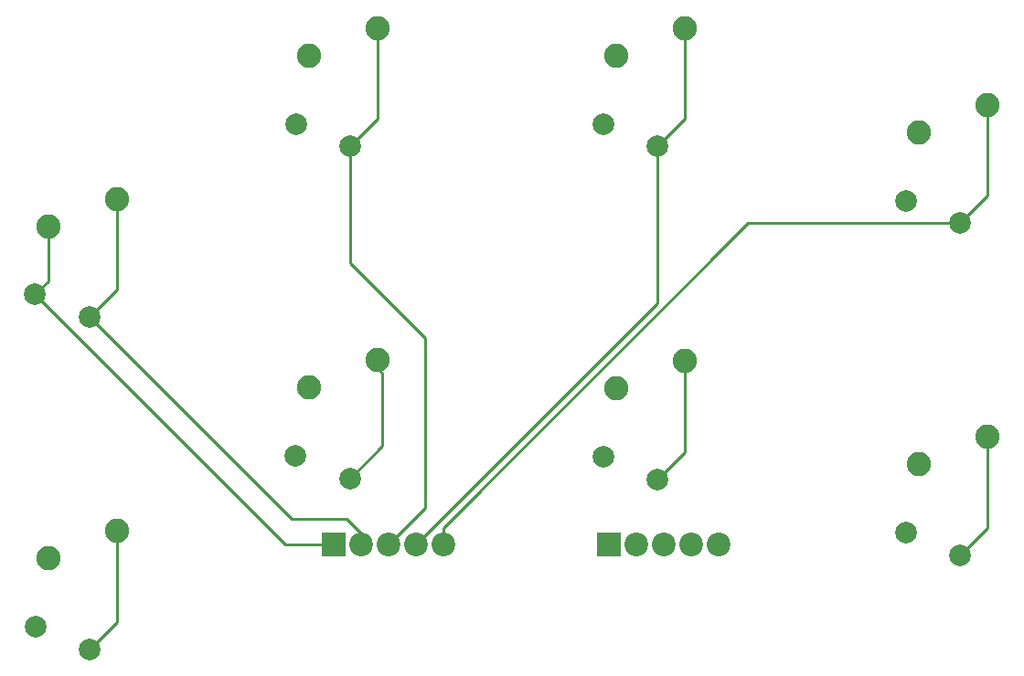
<source format=gbl>
G04 #@! TF.GenerationSoftware,KiCad,Pcbnew,6.0.2+dfsg-1*
G04 #@! TF.CreationDate,2022-07-22T15:02:52-04:00*
G04 #@! TF.ProjectId,buttonplate,62757474-6f6e-4706-9c61-74652e6b6963,rev?*
G04 #@! TF.SameCoordinates,Original*
G04 #@! TF.FileFunction,Copper,L2,Bot*
G04 #@! TF.FilePolarity,Positive*
%FSLAX46Y46*%
G04 Gerber Fmt 4.6, Leading zero omitted, Abs format (unit mm)*
G04 Created by KiCad (PCBNEW 6.0.2+dfsg-1) date 2022-07-22 15:02:52*
%MOMM*%
%LPD*%
G01*
G04 APERTURE LIST*
G04 #@! TA.AperFunction,ComponentPad*
%ADD10R,2.200000X2.200000*%
G04 #@! TD*
G04 #@! TA.AperFunction,ComponentPad*
%ADD11C,2.200000*%
G04 #@! TD*
G04 #@! TA.AperFunction,ComponentPad*
%ADD12C,2.000000*%
G04 #@! TD*
G04 #@! TA.AperFunction,ComponentPad*
%ADD13C,2.250000*%
G04 #@! TD*
G04 #@! TA.AperFunction,Conductor*
%ADD14C,0.250000*%
G04 #@! TD*
G04 APERTURE END LIST*
D10*
G04 #@! TO.P,PT1,1,Pin_1*
G04 #@! TO.N,Net-(P1-Pad2)*
X62484000Y-161163000D03*
D11*
G04 #@! TO.P,PT1,2,Pin_2*
G04 #@! TO.N,Net-(P4-Pad1)*
X65024000Y-161163000D03*
G04 #@! TO.P,PT1,3,Pin_3*
G04 #@! TO.N,Net-(P3-Pad1)*
X67564000Y-161163000D03*
G04 #@! TO.P,PT1,4,Pin_4*
G04 #@! TO.N,Net-(P2-Pad1)*
X70104000Y-161163000D03*
G04 #@! TO.P,PT1,5,Pin_5*
G04 #@! TO.N,Net-(P1-Pad1)*
X72644000Y-161163000D03*
G04 #@! TD*
D12*
G04 #@! TO.P,K4,1,COL*
G04 #@! TO.N,Net-(K4-Pad1)*
X39878000Y-170847600D03*
D13*
X42418000Y-159867600D03*
G04 #@! TO.P,K4,2,ROW*
G04 #@! TO.N,Net-(K1-Pad2)*
X36068000Y-162407600D03*
D12*
X34878000Y-168747600D03*
G04 #@! TD*
G04 #@! TO.P,P3,1,COL*
G04 #@! TO.N,Net-(P3-Pad1)*
X64008000Y-124264000D03*
D13*
X66548000Y-113284000D03*
G04 #@! TO.P,P3,2,ROW*
G04 #@! TO.N,Net-(P1-Pad2)*
X60198000Y-115824000D03*
D12*
X59008000Y-122164000D03*
G04 #@! TD*
G04 #@! TO.P,K1,1,COL*
G04 #@! TO.N,Net-(K1-Pad1)*
X120497600Y-162160800D03*
D13*
X123037600Y-151180800D03*
G04 #@! TO.P,K1,2,ROW*
G04 #@! TO.N,Net-(K1-Pad2)*
X116687600Y-153720800D03*
D12*
X115497600Y-160060800D03*
G04 #@! TD*
G04 #@! TO.P,K3,1,COL*
G04 #@! TO.N,Net-(K3-Pad1)*
X63982600Y-155048800D03*
D13*
X66522600Y-144068800D03*
G04 #@! TO.P,K3,2,ROW*
G04 #@! TO.N,Net-(K1-Pad2)*
X60172600Y-146608800D03*
D12*
X58982600Y-152948800D03*
G04 #@! TD*
G04 #@! TO.P,P1,1,COL*
G04 #@! TO.N,Net-(P1-Pad1)*
X120523000Y-131376000D03*
D13*
X123063000Y-120396000D03*
G04 #@! TO.P,P1,2,ROW*
G04 #@! TO.N,Net-(P1-Pad2)*
X116713000Y-122936000D03*
D12*
X115523000Y-129276000D03*
G04 #@! TD*
G04 #@! TO.P,K2,1,COL*
G04 #@! TO.N,Net-(K2-Pad1)*
X92456000Y-155125000D03*
D13*
X94996000Y-144145000D03*
G04 #@! TO.P,K2,2,ROW*
G04 #@! TO.N,Net-(K1-Pad2)*
X88646000Y-146685000D03*
D12*
X87456000Y-153025000D03*
G04 #@! TD*
D10*
G04 #@! TO.P,KT1,1,Pin_1*
G04 #@! TO.N,Net-(K1-Pad2)*
X88011000Y-161163000D03*
D11*
G04 #@! TO.P,KT1,2,Pin_2*
G04 #@! TO.N,Net-(K4-Pad1)*
X90551000Y-161163000D03*
G04 #@! TO.P,KT1,3,Pin_3*
G04 #@! TO.N,Net-(K3-Pad1)*
X93091000Y-161163000D03*
G04 #@! TO.P,KT1,4,Pin_4*
G04 #@! TO.N,Net-(K2-Pad1)*
X95631000Y-161163000D03*
G04 #@! TO.P,KT1,5,Pin_5*
G04 #@! TO.N,Net-(K1-Pad1)*
X98171000Y-161163000D03*
G04 #@! TD*
D12*
G04 #@! TO.P,P2,1,COL*
G04 #@! TO.N,Net-(P2-Pad1)*
X92456000Y-124264000D03*
D13*
X94996000Y-113284000D03*
G04 #@! TO.P,P2,2,ROW*
G04 #@! TO.N,Net-(P1-Pad2)*
X88646000Y-115824000D03*
D12*
X87456000Y-122164000D03*
G04 #@! TD*
G04 #@! TO.P,P4,1,COL*
G04 #@! TO.N,Net-(P4-Pad1)*
X39852600Y-140088200D03*
D13*
X42392600Y-129108200D03*
G04 #@! TO.P,P4,2,ROW*
G04 #@! TO.N,Net-(P1-Pad2)*
X36042600Y-131648200D03*
D12*
X34852600Y-137988200D03*
G04 #@! TD*
D14*
G04 #@! TO.N,Net-(K1-Pad1)*
X123037600Y-151180800D02*
X123037600Y-159620800D01*
X123037600Y-159620800D02*
X120497600Y-162160800D01*
G04 #@! TO.N,Net-(K2-Pad1)*
X94996000Y-144145000D02*
X94996000Y-152585000D01*
X94996000Y-152585000D02*
X92456000Y-155125000D01*
G04 #@! TO.N,Net-(K3-Pad1)*
X63982600Y-155048800D02*
X67005200Y-152026200D01*
X67005200Y-152026200D02*
X67005200Y-145288000D01*
X67005200Y-145288000D02*
X66522600Y-144805400D01*
X66522600Y-144805400D02*
X66522600Y-144068800D01*
G04 #@! TO.N,Net-(K4-Pad1)*
X42418000Y-159867600D02*
X42418000Y-168307600D01*
X42418000Y-168307600D02*
X39878000Y-170847600D01*
G04 #@! TO.N,Net-(P1-Pad1)*
X120523000Y-131376000D02*
X100875366Y-131376000D01*
X100875366Y-131376000D02*
X72644000Y-159607366D01*
X72644000Y-159607366D02*
X72644000Y-161163000D01*
G04 #@! TO.N,Net-(P2-Pad1)*
X70104000Y-161163000D02*
X92456000Y-138811000D01*
X92456000Y-138811000D02*
X92456000Y-124264000D01*
G04 #@! TO.N,Net-(P3-Pad1)*
X67564000Y-161163000D02*
X70967600Y-157759400D01*
X70967600Y-157759400D02*
X70967600Y-142036800D01*
X70967600Y-142036800D02*
X64008000Y-135077200D01*
X64008000Y-135077200D02*
X64008000Y-124264000D01*
G04 #@! TO.N,Net-(P4-Pad1)*
X65024000Y-160172400D02*
X63652400Y-158800800D01*
X65024000Y-161163000D02*
X65024000Y-160172400D01*
X63652400Y-158800800D02*
X58565200Y-158800800D01*
X58565200Y-158800800D02*
X39852600Y-140088200D01*
G04 #@! TO.N,Net-(P1-Pad1)*
X123063000Y-120396000D02*
X123063000Y-128836000D01*
X123063000Y-128836000D02*
X120523000Y-131376000D01*
G04 #@! TO.N,Net-(P2-Pad1)*
X94996000Y-113284000D02*
X94996000Y-121724000D01*
X94996000Y-121724000D02*
X92456000Y-124264000D01*
G04 #@! TO.N,Net-(P1-Pad2)*
X34852600Y-137988200D02*
X58027400Y-161163000D01*
X58027400Y-161163000D02*
X62484000Y-161163000D01*
X36042600Y-131648200D02*
X36042600Y-136798200D01*
X36042600Y-136798200D02*
X34852600Y-137988200D01*
G04 #@! TO.N,Net-(P3-Pad1)*
X66548000Y-113284000D02*
X66548000Y-121724000D01*
X66548000Y-121724000D02*
X64008000Y-124264000D01*
G04 #@! TO.N,Net-(P4-Pad1)*
X42392600Y-129108200D02*
X42392600Y-137548200D01*
X42392600Y-137548200D02*
X39852600Y-140088200D01*
G04 #@! TD*
M02*

</source>
